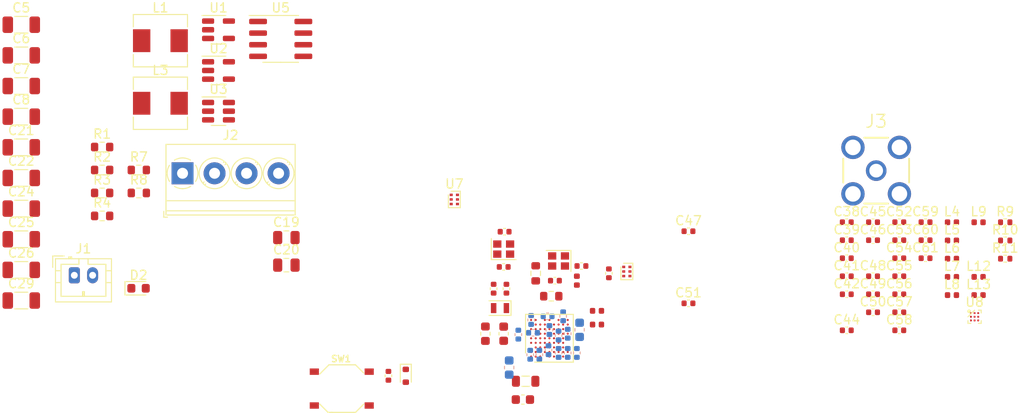
<source format=kicad_pcb>
(kicad_pcb (version 20221018) (generator pcbnew)
  (layers (0 "F.Cu" signal) (1 "In1.Cu" signal) (2 "In2.Cu" signal) (31 "B.Cu" signal) (34 "B.Paste" user) (35 "F.Paste" user) (36 "B.SilkS" user "B.Silkscreen") (37 "F.SilkS" user "F.Silkscreen") (38 "B.Mask" user) (39 "F.Mask" user) (44 "Edge.Cuts" user))
  (net 0 "")
  (net 1 "VREF")
  (net 2 "GND")
  (net 3 "VDD_SYS")
  (net 4 "Net-(U2-EN)")
  (net 5 "/FB")
  (net 6 "VBAT")
  (net 7 "VDDRF1V55")
  (net 8 "NRST")
  (net 9 "Net-(C23-Pad1)")
  (net 10 "OSC_HS_IN")
  (net 11 "+12V")
  (net 12 "Net-(Y4-VDD)")
  (net 13 "/OSC_LS_IN")
  (net 14 "/OSC_LS_OUT")
  (net 15 "OSC_HS_OUT")
  (net 16 "VDD_TCX0")
  (net 17 "VDDPA")
  (net 18 "Net-(U8-V2)")
  (net 19 "Net-(C39-Pad1)")
  (net 20 "Net-(C39-Pad2)")
  (net 21 "Net-(U8-V1)")
  (net 22 "Net-(U8-VDD)")
  (net 23 "Net-(C42-Pad1)")
  (net 24 "VR_PA")
  (net 25 "Net-(U8-RF2)")
  (net 26 "Net-(U7-Y0)")
  (net 27 "Net-(C50-Pad1)")
  (net 28 "Net-(C50-Pad2)")
  (net 29 "Net-(U7-Y1)")
  (net 30 "Net-(C52-Pad1)")
  (net 31 "Net-(U8-RF3)")
  (net 32 "Net-(U8-RF1)")
  (net 33 "RFI+")
  (net 34 "RFI-")
  (net 35 "Net-(C59-Pad1)")
  (net 36 "Net-(U8-RF_in)")
  (net 37 "Net-(J3-In)")
  (net 38 "Net-(D2-A)")
  (net 39 "485_A")
  (net 40 "485_B")
  (net 41 "Net-(U1-LX)")
  (net 42 "Net-(U4-VLXSMPS)")
  (net 43 "RFO_HP")
  (net 44 "RFO_LP")
  (net 45 "Net-(U2-ISET)")
  (net 46 "Net-(U3-FB)")
  (net 47 "Net-(Y4-OUT)")
  (net 48 "Net-(R7-Pad2)")
  (net 49 "FE_CTRL2")
  (net 50 "FE_CTRL1")
  (net 51 "FE_CTRL3")
  (net 74 "/LPUART1_RX")
  (net 75 "/LPUART1_TX")
  (net 78 "/DE")
  (net 79 "/~{RE}")
  (footprint "Package_TO_SOT_SMD:SOT-23-5" (layer "F.Cu") (at 131.325 65.475)
    (fp_text reference "U1" (at 0 -2.4) (layer "F.SilkS"))
    (fp_text value "RT8059")
    (pad "1" smd roundrect (at -1.1375 -0.95) (size 1.325 0.6) (layers "F.Cu" "F.Paste" "F.Mask") (net 6 "VBAT"))
    (pad "2" smd roundrect (at -1.1375 0) (size 1.325 0.6) (layers "F.Cu" "F.Paste" "F.Mask") (net 2 "GND"))
    (pad "3" smd roundrect (at -1.1375 0.95) (size 1.325 0.6) (layers "F.Cu" "F.Paste" "F.Mask") (net 41 "Net-(U1-LX)"))
    (pad "4" smd roundrect (at 1.1375 0.95) (size 1.325 0.6) (layers "F.Cu" "F.Paste" "F.Mask") (net 6 "VBAT"))
    (pad "5" smd roundrect (at 1.1375 -0.95) (size 1.325 0.6) (layers "F.Cu" "F.Paste" "F.Mask") (net 5 "/FB"))
  )
  (footprint "Collins_Custom_Libs:Crystal_SMD_2016-4Pin_2.0x1.6mm" (layer "F.Cu") (at 162.5 89.25)
    (fp_text reference "Y3" hide)
    (fp_text value "32MHz" hide)
    (pad "1" smd rect (at -0.7 0.75) (size 0.9 0.8) (layers "F.Cu" "F.Paste" "F.Mask") (net 10 "OSC_HS_IN"))
    (pad "2" smd rect (at 0.7 0.75) (size 0.9 0.8) (layers "F.Cu" "F.Paste" "F.Mask") (net 2 "GND"))
    (pad "3" smd rect (at 0.7 -0.35) (size 0.9 0.8) (layers "F.Cu" "F.Paste" "F.Mask") (net 15 "OSC_HS_OUT"))
    (pad "4" smd rect (at -0.7 -0.35) (size 0.9 0.8) (layers "F.Cu" "F.Paste" "F.Mask") (net 2 "GND"))
  )
  (footprint "Capacitor_SMD:C_0402_1005Metric" (layer "F.Cu") (at 168.1 92.9)
    (fp_text reference "C23" hide)
    (fp_text value "10p" hide)
    (pad "1" smd roundrect (at -0.48 0) (size 0.56 0.62) (layers "F.Cu" "F.Paste" "F.Mask") (net 9 "Net-(C23-Pad1)"))
    (pad "2" smd roundrect (at 0.48 0) (size 0.56 0.62) (layers "F.Cu" "F.Paste" "F.Mask") (net 10 "OSC_HS_IN"))
  )
  (footprint "Capacitor_SMD:C_0402_1005Metric" (layer "F.Cu") (at 200.005 86.51)
    (fp_text reference "C38" (at 0 -1.16) (layer "F.SilkS"))
    (fp_text value "1n")
    (pad "1" smd roundrect (at -0.48 0) (size 0.56 0.62) (layers "F.Cu" "F.Paste" "F.Mask") (net 18 "Net-(U8-V2)"))
    (pad "2" smd roundrect (at 0.48 0) (size 0.56 0.62) (layers "F.Cu" "F.Paste" "F.Mask") (net 2 "GND"))
  )
  (footprint "Inductor_SMD:L_Sunlord_MWSA0503S" (layer "F.Cu") (at 124.975 73.51)
    (fp_text reference "L3" (at 0 -3.6) (layer "F.SilkS"))
    (fp_text value "2u2")
    (pad "1" smd rect (at -2.05 0) (size 1.9 2.5) (layers "F.Cu" "F.Paste" "F.Mask") (net 6 "VBAT"))
    (pad "2" smd rect (at 2.05 0) (size 1.9 2.5) (layers "F.Cu" "F.Paste" "F.Mask") (net 38 "Net-(D2-A)"))
  )
  (footprint "Resistor_SMD:R_0603_1608Metric" (layer "F.Cu") (at 166 92.1 -90)
    (fp_text reference "R6" hide)
    (fp_text value "200k" hide)
    (pad "1" smd roundrect (at -0.825 0 270) (size 0.8 0.95) (layers "F.Cu" "F.Paste" "F.Mask") (net 47 "Net-(Y4-OUT)"))
    (pad "2" smd roundrect (at 0.825 0 270) (size 0.8 0.95) (layers "F.Cu" "F.Paste" "F.Mask") (net 9 "Net-(C23-Pad1)"))
  )
  (footprint "Inductor_SMD:L_0402_1005Metric" (layer "F.Cu") (at 214.415 86.52)
    (fp_text reference "L9" (at 0 -1.17) (layer "F.SilkS"))
    (fp_text value "8n7")
    (pad "1" smd roundrect (at -0.485 0) (size 0.59 0.64) (layers "F.Cu" "F.Paste" "F.Mask") (net 30 "Net-(C52-Pad1)"))
    (pad "2" smd roundrect (at 0.485 0) (size 0.59 0.64) (layers "F.Cu" "F.Paste" "F.Mask") (net 31 "Net-(U8-RF3)"))
  )
  (footprint "Capacitor_SMD:C_0402_1005Metric" (layer "F.Cu") (at 200.005 98.33)
    (fp_text reference "C44" (at 0 -1.16) (layer "F.SilkS"))
    (fp_text value "1p2")
    (pad "1" smd roundrect (at -0.48 0) (size 0.56 0.62) (layers "F.Cu" "F.Paste" "F.Mask") (net 25 "Net-(U8-RF2)"))
    (pad "2" smd roundrect (at 0.48 0) (size 0.56 0.62) (layers "F.Cu" "F.Paste" "F.Mask") (net 2 "GND"))
  )
  (footprint "Inductor_SMD:L_0402_1005Metric" (layer "F.Cu") (at 211.505 94.48)
    (fp_text reference "L8" (at 0 -1.17) (layer "F.SilkS"))
    (fp_text value "3n")
    (pad "1" smd roundrect (at -0.485 0) (size 0.59 0.64) (layers "F.Cu" "F.Paste" "F.Mask") (net 27 "Net-(C50-Pad1)"))
    (pad "2" smd roundrect (at 0.485 0) (size 0.59 0.64) (layers "F.Cu" "F.Paste" "F.Mask") (net 28 "Net-(C50-Pad2)"))
  )
  (footprint "TerminalBlock_Phoenix:TerminalBlock_Phoenix_PT-1,5-4-3.5-H_1x04_P3.50mm_Horizontal" (layer "F.Cu") (at 127.395 81.165)
    (fp_text reference "J2" (at 5.25 -4.16) (layer "F.SilkS"))
    (fp_text value "Screw_Terminal_01x04")
    (pad "1" thru_hole rect (at 0 0) (size 2.4 2.4) (drill 1.2) (layers "*.Cu" "*.Mask") (net 11 "+12V"))
    (pad "2" thru_hole circle (at 3.5 0) (size 2.4 2.4) (drill 1.2) (layers "*.Cu" "*.Mask") (net 39 "485_A"))
    (pad "3" thru_hole circle (at 7 0) (size 2.4 2.4) (drill 1.2) (layers "*.Cu" "*.Mask") (net 40 "485_B"))
    (pad "4" thru_hole circle (at 10.5 0) (size 2.4 2.4) (drill 1.2) (layers "*.Cu" "*.Mask") (net 2 "GND"))
  )
  (footprint "Capacitor_SMD:C_0402_1005Metric" (layer "F.Cu") (at 162.6 87.55 180)
    (fp_text reference "C32" hide)
    (fp_text value "6.8p" hide)
    (pad "1" smd roundrect (at -0.48 0 180) (size 0.56 0.62) (layers "F.Cu" "F.Paste" "F.Mask") (net 15 "OSC_HS_OUT"))
    (pad "2" smd roundrect (at 0.48 0 180) (size 0.56 0.62) (layers "F.Cu" "F.Paste" "F.Mask") (net 2 "GND"))
  )
  (footprint "Package_TO_SOT_SMD:SOT-886" (layer "F.Cu") (at 175.96 91.9)
    (fp_text reference "U6" hide)
    (fp_text value "NX3L1T3157" hide)
    (pad "1" smd rect (at -0.34 -0.5) (size 0.33 0.27) (layers "F.Cu" "F.Paste" "F.Mask") (net 7 "VDDRF1V55"))
    (pad "2" smd rect (at -0.34 0) (size 0.33 0.27) (layers "F.Cu" "F.Paste" "F.Mask") (net 2 "GND"))
    (pad "3" smd rect (at -0.34 0.5) (size 0.33 0.27) (layers "F.Cu" "F.Paste" "F.Mask") (net 3 "VDD_SYS"))
    (pad "4" smd rect (at 0.34 0.5) (size 0.33 0.27) (layers "F.Cu" "F.Paste" "F.Mask") (net 17 "VDDPA"))
    (pad "5" smd rect (at 0.34 0) (size 0.33 0.27) (layers "F.Cu" "F.Paste" "F.Mask") (net 3 "VDD_SYS"))
    (pad "6" smd rect (at 0.34 -0.5) (size 0.33 0.27) (layers "F.Cu" "F.Paste" "F.Mask") (net 50 "FE_CTRL1"))
  )
  (footprint "Resistor_SMD:R_0603_1608Metric" (layer "F.Cu") (at 122.615 80.805)
    (fp_text reference "R7" (at 0 -1.43) (layer "F.SilkS"))
    (fp_text value "10k")
    (pad "1" smd roundrect (at -0.825 0) (size 0.8 0.95) (layers "F.Cu" "F.Paste" "F.Mask") (net 46 "Net-(U3-FB)"))
    (pad "2" smd roundrect (at 0.825 0) (size 0.8 0.95) (layers "F.Cu" "F.Paste" "F.Mask") (net 48 "Net-(R7-Pad2)"))
  )
  (footprint "Capacitor_SMD:C_0402_1005Metric" (layer "F.Cu") (at 205.745 86.51)
    (fp_text reference "C52" (at 0 -1.16) (layer "F.SilkS"))
    (fp_text value "33p")
    (pad "1" smd roundrect (at -0.48 0) (size 0.56 0.62) (layers "F.Cu" "F.Paste" "F.Mask") (net 30 "Net-(C52-Pad1)"))
    (pad "2" smd roundrect (at 0.48 0) (size 0.56 0.62) (layers "F.Cu" "F.Paste" "F.Mask") (net 28 "Net-(C50-Pad2)"))
  )
  (footprint "Resistor_SMD:R_0603_1608Metric" (layer "F.Cu") (at 118.605 85.825)
    (fp_text reference "R4" (at 0 -1.43) (layer "F.SilkS"))
    (fp_text value "200k")
    (pad "1" smd roundrect (at -0.825 0) (size 0.8 0.95) (layers "F.Cu" "F.Paste" "F.Mask") (net 11 "+12V"))
    (pad "2" smd roundrect (at 0.825 0) (size 0.8 0.95) (layers "F.Cu" "F.Paste" "F.Mask") (net 46 "Net-(U3-FB)"))
  )
  (footprint "Capacitor_SMD:C_0603_1608Metric" (layer "F.Cu") (at 162.5 98.7 90)
    (fp_text reference "C1" hide)
    (fp_text value "4u7" hide)
    (pad "1" smd roundrect (at -0.775 0 90) (size 0.9 0.95) (layers "F.Cu" "F.Paste" "F.Mask") (net 1 "VREF"))
    (pad "2" smd roundrect (at 0.775 0 90) (size 0.9 0.95) (layers "F.Cu" "F.Paste" "F.Mask") (net 2 "GND"))
  )
  (footprint "Capacitor_SMD:C_1206_3216Metric" (layer "F.Cu") (at 109.765 64.925)
    (fp_text reference "C5" (at 0 -1.85) (layer "F.SilkS"))
    (fp_text value "68p")
    (pad "1" smd roundrect (at -1.475 0) (size 1.15 1.8) (layers "F.Cu" "F.Paste" "F.Mask") (roundrect_rratio 0.217391) (net 4 "Net-(U2-EN)"))
    (pad "2" smd roundrect (at 1.475 0) (size 1.15 1.8) (layers "F.Cu" "F.Paste" "F.Mask") (roundrect_rratio 0.217391) (net 5 "/FB"))
  )
  (footprint "Inductor_SMD:L_0402_1005Metric" (layer "F.Cu") (at 172.7 96.2)
    (fp_text reference "L10" hide)
    (fp_text value "3n6" hide)
    (pad "1" smd roundrect (at -0.485 0) (size 0.59 0.64) (layers "F.Cu" "F.Paste" "F.Mask") (net 43 "RFO_HP"))
    (pad "2" smd roundrect (at 0.485 0) (size 0.59 0.64) (layers "F.Cu" "F.Paste" "F.Mask") (net 19 "Net-(C39-Pad1)"))
  )
  (footprint "Capacitor_SMD:C_0402_1005Metric" (layer "F.Cu") (at 149.9 103.3 -90)
    (fp_text reference "C18" hide)
    (fp_text value "100n" hide)
    (pad "1" smd roundrect (at -0.48 0 270) (size 0.56 0.62) (layers "F.Cu" "F.Paste" "F.Mask") (net 8 "NRST"))
    (pad "2" smd roundrect (at 0.48 0 270) (size 0.56 0.62) (layers "F.Cu" "F.Paste" "F.Mask") (net 2 "GND"))
  )
  (footprint "Inductor_SMD:L_0402_1005Metric" (layer "F.Cu") (at 172.7 97.7)
    (fp_text reference "L11" hide)
    (fp_text value "3n3" hide)
    (pad "1" smd roundrect (at -0.485 0) (size 0.59 0.64) (layers "F.Cu" "F.Paste" "F.Mask") (net 44 "RFO_LP"))
    (pad "2" smd roundrect (at 0.485 0) (size 0.59 0.64) (layers "F.Cu" "F.Paste" "F.Mask") (net 27 "Net-(C50-Pad1)"))
  )
  (footprint "Resistor_SMD:R_0402_1005Metric" (layer "F.Cu") (at 217.325 90.5)
    (fp_text reference "R11" (at 0 -1.17) (layer "F.SilkS"))
    (fp_text value "100R")
    (pad "1" smd roundrect (at -0.51 0) (size 0.54 0.64) (layers "F.Cu" "F.Paste" "F.Mask") (net 51 "FE_CTRL3"))
    (pad "2" smd roundrect (at 0.51 0) (size 0.54 0.64) (layers "F.Cu" "F.Paste" "F.Mask") (net 22 "Net-(U8-VDD)"))
  )
  (footprint "Diode_SMD:D_SOD-523" (layer "F.Cu") (at 151.8 103.3 -90)
    (fp_text reference "D1" hide)
    (fp_text value "ESDALC6V1-1U2" hide)
    (pad "1" smd roundrect (at -0.7 0 90) (size 0.6 0.7) (layers "F.Cu" "F.Paste" "F.Mask") (net 8 "NRST"))
    (pad "2" smd roundrect (at 0.7 0 90) (size 0.6 0.7) (layers "F.Cu" "F.Paste" "F.Mask") (net 2 "GND"))
  )
  (footprint "Collins_Custom_Libs:Crystal_SMD_2012-2Pin_2.0x1.6mm_3D" (layer "F.Cu") (at 162.1 95.9 180)
    (fp_text reference "Y2" hide)
    (fp_text value "32.768KHz" hide)
    (pad "1" smd rect (at -0.7 0 180) (size 0.6 1.1) (layers "F.Cu" "F.Paste" "F.Mask") (net 14 "/OSC_LS_OUT"))
    (pad "2" smd rect (at 0.7 0 180) (size 0.6 1.1) (layers "F.Cu" "F.Paste" "F.Mask") (net 13 "/OSC_LS_IN"))
  )
  (footprint "Capacitor_SMD:C_0402_1005Metric" (layer "F.Cu") (at 202.875 92.42)
    (fp_text reference "C48" (at 0 -1.16) (layer "F.SilkS"))
    (fp_text value "47n")
    (pad "1" smd roundrect (at -0.48 0) (size 0.56 0.62) (layers "F.Cu" "F.Paste" "F.Mask") (net 24 "VR_PA"))
    (pad "2" smd roundrect (at 0.48 0) (size 0.56 0.62) (layers "F.Cu" "F.Paste" "F.Mask") (net 2 "GND"))
  )
  (footprint "Capacitor_SMD:C_0402_1005Metric" (layer "F.Cu") (at 205.745 92.42)
    (fp_text reference "C55" (at 0 -1.16) (layer "F.SilkS"))
    (fp_text value "3p3")
    (pad "1" smd roundrect (at -0.48 0) (size 0.56 0.62) (layers "F.Cu" "F.Paste" "F.Mask") (net 2 "GND"))
    (pad "2" smd roundrect (at 0.48 0) (size 0.56 0.62) (layers "F.Cu" "F.Paste" "F.Mask") (net 28 "Net-(C50-Pad2)"))
  )
  (footprint "Capacitor_SMD:C_0402_1005Metric" (layer "F.Cu") (at 202.875 86.51)
    (fp_text reference "C45" (at 0 -1.16) (layer "F.SilkS"))
    (fp_text value "1p2")
    (pad "1" smd roundrect (at -0.48 0) (size 0.56 0.62) (layers "F.Cu" "F.Paste" "F.Mask") (net 2 "GND"))
    (pad "2" smd roundrect (at 0.48 0) (size 0.56 0.62) (layers "F.Cu" "F.Paste" "F.Mask") (net 19 "Net-(C39-Pad1)"))
  )
  (footprint "Inductor_SMD:L_0402_1005Metric" (layer "F.Cu") (at 170.5 92.9 90)
    (fp_text reference "FB2" hide)
    (fp_text value "1400R@1GHz" hide)
    (pad "1" smd roundrect (at -0.485 0 90) (size 0.59 0.64) (layers "F.Cu" "F.Paste" "F.Mask") (net 16 "VDD_TCX0"))
    (pad "2" smd roundrect (at 0.485 0 90) (size 0.59 0.64) (layers "F.Cu" "F.Paste" "F.Mask") (net 12 "Net-(Y4-VDD)"))
  )
  (footprint "Capacitor_SMD:C_0402_1005Metric" (layer "F.Cu") (at 161.4 93.78 -90)
    (fp_text reference "C28" hide)
    (fp_text value "5.1p" hide)
    (pad "1" smd roundrect (at -0.48 0 270) (size 0.56 0.62) (layers "F.Cu" "F.Paste" "F.Mask") (net 2 "GND"))
    (pad "2" smd roundrect (at 0.48 0 270) (size 0.56 0.62) (layers "F.Cu" "F.Paste" "F.Mask") (net 13 "/OSC_LS_IN"))
  )
  (footprint "Capacitor_SMD:C_0402_1005Metric" (layer "F.Cu") (at 182.7 95.38)
    (fp_text reference "C51" (at 0 -1.16) (layer "F.SilkS"))
    (fp_text value "68p")
    (pad "1" smd roundrect (at -0.48 0) (size 0.56 0.62) (layers "F.Cu" "F.Paste" "F.Mask") (net 29 "Net-(U7-Y1)"))
    (pad "2" smd roundrect (at 0.48 0) (size 0.56 0.62) (layers "F.Cu" "F.Paste" "F.Mask") (net 2 "GND"))
  )
  (footprint "Capacitor_SMD:C_1206_3216Metric" (layer "F.Cu") (at 109.765 88.375)
    (fp_text reference "C25" (at 0 -1.85) (layer "F.SilkS"))
    (fp_text value "47u")
    (pad "1" smd roundrect (at -1.475 0) (size 1.15 1.8) (layers "F.Cu" "F.Paste" "F.Mask") (roundrect_rratio 0.217391) (net 11 "+12V"))
    (pad "2" smd roundrect (at 1.475 0) (size 1.15 1.8) (layers "F.Cu" "F.Paste" "F.Mask") (roundrect_rratio 0.217391) (net 2 "GND"))
  )
  (footprint "Collins_Custom_Libs:SW4-SMD-5.2X5.2X1.5MM" (layer "F.Cu") (at 144.8 104.7)
    (fp_text reference "SW1" (at -0.07762 -3.249634) (layer "F.SilkS") (effects (font (size 0.701109 0.701109))))
    (fp_text value "SW_MEC_5E" hide)
    (pad "1" smd rect (at -3 -1.85) (size 1 0.7) (layers "F.Cu" "F.Paste" "F.Mask") (net 8 "NRST"))
    (pad "2" smd rect (at 3 -1.85) (size 1 0.7) (layers "F.Cu" "F.Paste" "F.Mask") (net 8 "NRST"))
    (pad "3" smd rect (at -3 1.85) (size 1 0.7) (layers "F.Cu" "F.Paste" "F.Mask") (net 2 "GND"))
    (pad "4" smd rect (at 3 1.85) (size 1 0.7) (layers "F.Cu" "F.Paste" "F.Mask") (net 2 "GND"))
  )
  (footprint "Capacitor_SMD:C_0603_1608Metric" (layer "F.Cu") (at 164.6 105.9)
    (fp_text reference "C17" hide)
    (fp_text value "470n" hide)
    (pad "1" smd roundrect (at -0.775 0) (size 0.9 0.95) (layers "F.Cu" "F.Paste" "F.Mask") (net 7 "VDDRF1V55"))
    (pad "2" smd roundrect (at 0.775 0) (size 0.9 0.95) (layers "F.Cu" "F.Paste" "F.Mask") (net 2 "GND"))
  )
  (footprint "Inductor_SMD:L_0402_1005Metric" (layer "F.Cu") (at 214.415 94.48)
    (fp_text reference "L13" (at 0 -1.17) (layer "F.SilkS"))
    (fp_text value "8n7")
    (pad "1" smd roundrect (at -0.485 0) (size 0.59 0.64) (layers "F.Cu" "F.Paste" "F.Mask") (net 37 "Net-(J3-In)"))
    (pad "2" smd roundrect (at 0.485 0) (size 0.59 0.64) (layers "F.Cu" "F.Paste" "F.Mask") (net 35 "Net-(C59-Pad1)"))
  )
  (footprint "Collins_Custom_Libs:Crystal_SMD_2016-4Pin_2.0x1.6mm" (layer "F.Cu") (at 168.5 90.95 180)
    (fp_text reference "Y4" hide)
    (fp_text value "32MHz")
    (pad "1" smd rect (at -0.7 0.75 180) (size 0.9 0.8) (layers "F.Cu" "F.Paste" "F.Mask") (net 2 "GND"))
    (pad "2" smd rect (at 0.7 0.75 180) (size 0.9 0.8) (layers "F.Cu" "F.Paste" "F.Mask") (net 2 "GND"))
    (pad "3" smd rect (at 0.7 -0.35 180) (size 0.9 0.8) (layers "F.Cu" "F.Paste" "F.Mask") (net 47 "Net-(Y4-OUT)"))
    (pad "4" smd rect (at -0.7 -0.35 180) (size 0.9 0.8) (layers "F.Cu" "F.Paste" "F.Mask") (net 12 "Net-(Y4-VDD)"))
  )
  (footprint "Resistor_SMD:R_0603_1608Metric" (layer "F.Cu") (at 118.605 83.315)
    (fp_text reference "R3" (at 0 -1.43) (layer "F.SilkS"))
    (fp_text value "6k8")
    (pad "1" smd roundrect (at -0.825 0) (size 0.8 0.95) (layers "F.Cu" "F.Paste" "F.Mask") (net 45 "Net-(U2-ISET)"))
    (pad "2" smd roundrect (at 0.825 0) (size 0.8 0.95) (layers "F.Cu" "F.Paste" "F.Mask") (net 2 "GND"))
  )
  (footprint "Connector_JST:JST_PH_B2B-PH-K_1x02_P2.00mm_Vertical" (layer "F.Cu") (at 115.565 92.315)
    (fp_text reference "J1" (at 1 -2.9) (layer "F.SilkS"))
    (fp_text value "Battery Conn")
    (pad "1" thru_hole roundrect (at 0 0) (size 1.2 1.75) (drill 0.75) (layers "*.Cu" "*.Mask") (roundrect_rratio 0.208333) (net 6 "VBAT"))
    (pad "2" thru_hole oval (at 2 0) (size 1.2 1.75) (drill 0.75) (layers "*.Cu" "*.Mask") (net 2 "GND"))
  )
  (footprint "Inductor_SMD:L_0805_2012Metric" (layer "F.Cu") (at 164.9 103.9)
    (fp_text reference "L2" hide)
    (fp_text value "15u" hide)
    (pad "1" smd roundrect (at -1.0625 0) (size 0.875 1.2) (layers "F.Cu" "F.Paste" "F.Mask") (net 7 "VDDRF1V55"))
    (pad "2" smd roundrect (at 1.0625 0) (size 0.875 1.2) (layers "F.Cu" "F.Paste" "F.Mask") (net 42 "Net-(U4-VLXSMPS)"))
  )
  (footprint "Resistor_SMD:R_0402_1005Metric" (layer "F.Cu") (at 217.325 86.52)
    (fp_text reference "R9" (at 0 -1.17) (layer "F.SilkS"))
    (fp_text value "100R")
    (pad "1" smd roundrect (at -0.51 0) (size 0.54 0.64) (layers "F.Cu" "F.Paste" "F.Mask") (net 49 "FE_CTRL2"))
    (pad "2" smd roundrect (at 0.51 0) (size 0.54 0.64) (layers "F.Cu" "F.Paste" "F.Mask") (net 18 "Net-(U8-V2)"))
  )
  (footprint "Capacitor_SMD:C_0805_2012Metric" (layer "F.Cu") (at 138.745 88.195)
    (fp_text reference "C19" (at 0 -1.68) (layer "F.SilkS"))
    (fp_text value "10u")
    (pad "1" smd roundrect (at -0.95 0) (size 1 1.45) (layers "F.Cu" "F.Paste" "F.Mask") (net 3 "VDD_SYS"))
    (pad "2" smd roundrect (at 0.95 0) (size 1 1.45) (layers "F.Cu" "F.Paste" "F.Mask") (net 2 "GND"))
  )
  (footprint "Capacitor_SMD:C_0402_1005Metric" (layer "F.Cu") (at 208.615 88.48)
    (fp_text reference "C60" (at 0 -1.16) (layer "F.SilkS"))
    (fp_text value "3p3")
    (pad "1" smd roundrect (at -0.48 0) (size 0.56 0.62) (layers "F.Cu" "F.Paste" "F.Mask") (net 2 "GND"))
    (pad "2" smd roundrect (at 0.48 0) (size 0.56 0.62) (layers "F.Cu" "F.Paste" "F.Mask") (net 37 "Net-(J3-In)"))
  )
  (footprint "Capacitor_SMD:C_0402_1005Metric" (layer "F.Cu") (at 182.7 87.5)
    (fp_text reference "C47" (at 0 -1.16) (layer "F.SilkS"))
    (fp_text value "68p")
    (pad "1" smd roundrect (at -0.48 0) (size 0.56 0.62) (layers "F.Cu" "F.Paste" "F.Mask") (net 2 "GND"))
    (pad "2" smd roundrect (at 0.48 0) (size 0.56 0.62) (layers "F.Cu" "F.Paste" "F.Mask") (net 26 "Net-(U7-Y0)"))
  )
  (footprint "Inductor_SMD:L_0402_1005Metric" (layer "F.Cu") (at 211.505 88.51)
    (fp_text reference "L5" (at 0 -1.17) (layer "F.SilkS"))
    (fp_text value "8n7")
    (pad "1" smd roundrect (at -0.485 0) (size 0.59 0.64) (layers "F.Cu" "F.Paste" "F.Mask") (net 23 "Net-(C42-Pad1)"))
    (pad "2" smd roundrect (at 0.485 0) (size 0.59 0.64) (layers "F.Cu" "F.Paste" "F.Mask") (net 25 "Net-(U8-RF2)"))
  )
  (footprint "Inductor_SMD:L_0402_1005Metric" (layer "F.Cu") (at 211.505 90.5)
    (fp_text reference "L6" (at 0 -1.17) (layer "F.SilkS"))
    (fp_text value "33n")
    (pad "1" smd roundrect (at -0.485 0) (size 0.59 0.64) (layers "F.Cu" "F.Paste" "F.Mask") (net 26 "Net-(U7-Y0)"))
    (pad "2" smd roundrect (at 0.485 0) (size 0.59 0.64) (layers "F.Cu" "F.Paste" "F.Mask") (net 19 "Net-(C39-Pad1)"))
  )
  (footprint "Capacitor_SMD:C_0402_1005Metric" (layer "F.Cu") (at 208.615 86.51)
    (fp_text reference "C59" (at 0 -1.16) (layer "F.SilkS"))
    (fp_text value "33p")
    (pad "1" smd roundrect (at -0.48 0) (size 0.56 0.62) (layers "F.Cu" "F.Paste" "F.Mask") (net 35 "Net-(C59-Pad1)"))
    (pad "2" smd roundrect (at 0.48 0) (size 0.56 0.62) (layers "F.Cu" "F.Paste" "F.Mask") (net 36 "Net-(U8-RF_in)"))
  )
  (footprint "Capacitor_SMD:C_1206_3216Metric" (layer "F.Cu") (at 109.765 68.275)
    (fp_text reference "C6" (at 0 -1.85) (layer "F.SilkS"))
    (fp_text value "10u")
    (pad "1" smd roundrect (at -1.475 0) (size 1.15 1.8) (layers "F.Cu" "F.Paste" "F.Mask") (roundrect_rratio 0.217391) (net 4 "Net-(U2-EN)"))
    (pad "2" smd roundrect (at 1.475 0) (size 1.15 1.8) (layers "F.Cu" "F.Paste" "F.Mask") (roundrect_rratio 0.217391) (net 2 "GND"))
  )
  (footprint "Capacitor_SMD:C_0402_1005Metric" (layer "F.Cu") (at 205.745 90.45)
    (fp_text reference "C54" (at 0 -1.16) (layer "F.SilkS"))
    (fp_text value "5p6")
    (pad "1" smd roundrect (at -0.48 0) (size 0.56 0.62) (layers "F.Cu" "F.Paste" "F.Mask") (net 2 "GND"))
    (pad "2" smd roundrect (at 0.48 0) (size 0.56 0.62) (layers "F.Cu" "F.Paste" "F.Mask") (net 27 "Net-(C50-Pad1)"))
  )
  (footprint "Package_BGA:ST_UFBGA-73_5x5mm_Layout9x9_P0.5mm" (layer "F.Cu") (at 167.5 99.2 90)
    (fp_text reference "U4" hide)
    (fp_text value "STM32WL55JCI7" hide)
    (pad "A1" smd circle (at -2 -2 90) (size 0.23 0.23) (layers "F.Cu" "F.Paste" "F.Mask") (net 2 "GND"))
    (pad "A2" smd circle (at -1.5 -2 90) (size 0.23 0.23) (layers "F.Cu" "F.Paste" "F.Mask") (net 3 "VDD_SYS"))
    (pad "A4" smd circle (at -0.5 -2 90) (size 0.23 0.23) (layers "F.Cu" "F.Paste" "F.Mask"))
    (pad "A5" smd circle (at 0 -2 90) (size 0.23 0.23) (layers "F.Cu" "F.Paste" "F.Mask") (net 1 "VREF"))
    (pad "A7" smd circle (at 1 -2 90) (size 0.23 0.23) (layers "F.Cu" "F.Paste" "F.Mask") (net 3 "VDD_SYS"))
    (pad "A8" smd circle (at 1.5 -2 90) (size 0.23 0.23) (layers "F.Cu" "F.Paste" "F.Mask") (net 3 "VDD_SYS"))
    (pad "A9" smd circle (at 2 -2 90) (size 0.23 0.23) (layers "F.Cu" "F.Paste" "F.Mask"))
    (pad "B1" smd circle (at -2 -1.5 90) (size 0.23 0.23) (layers "F.Cu" "F.Paste" "F.Mask") (net 42 "Net-(U4-VLXSMPS)"))
    (pad "B2" smd circle (at -1.5 -1.5 90) (size 0.23 0.23) (layers "F.Cu" "F.Paste" "F.Mask") (net 7 "VDDRF1V55"))
    (pad "B3" smd circle (at -1 -1.5 90) (size 0.23 0.23) (layers "F.Cu" "F.Paste" "F.Mask"))
    (pad "B4" smd circle (at -0.5 -1.5 90) (size 0.23 0.23) (layers "F.Cu" "F.Paste" "F.Mask"))
    (pad "B5" smd circle (at 0 -1.5 90) (size 0.23 0.23) (layers "F.Cu" "F.Paste" "F.Mask") (net 1 "VREF"))
    (pad "B6" smd circle (at 0.5 -1.5 90) (size 0.23 0.23) (layers "F.Cu" "F.Paste" "F.Mask") (net 13 "/OSC_LS_IN"))
    (pad "B7" smd circle (at 1 -1.5 90) (size 0.23 0.23) (layers "F.Cu" "F.Paste" "F.Mask") (net 2 "GND"))
    (pad "B8" smd circle (at 1.5 -1.5 90) (size 0.23 0.23) (layers "F.Cu" "F.Paste" "F.Mask"))
    (pad "B9" smd circle (at 2 -1.5 90) (size 0.23 0.23) (layers "F.Cu" "F.Paste" "F.Mask"))
    (pad "C1" smd circle (at -2 -1 90) (size 0.23 0.23) (layers "F.Cu" "F.Paste" "F.Mask"))
    (pad "C2" smd circle (at -1.5 -1 90) (size 0.23 0.23) (layers "F.Cu" "F.Paste" "F.Mask"))
    (pad "C3" smd circle (at -1 -1 90) (size 0.23 0.23) (layers "F.Cu" "F.Paste" "F.Mask"))
    (pad "C4" smd circle (at -0.5 -1 90) (size 0.23 0.23) (layers "F.Cu" "F.Paste" "F.Mask"))
    (pad "C5" smd circle (at 0 -1 90) (size 0.23 0.23) (layers "F.Cu" "F.Paste" "F.Mask") (net 14 "/OSC_LS_OUT"))
    (pad "C6" smd circle (at 0.5 -1 90) (size 0.23 0.23) (layers "F.Cu" "F.Paste" "F.Mask"))
    (pad "C7" smd circle (at 1 -1 90) (size 0.23 0.23) (layers "F.Cu" "F.Paste" "F.Mask"))
    (pad "C8" smd circle (at 1.5 -1 90) (size 0.23 0.23) (layers "F.Cu" "F.Paste" "F.Mask"))
    (pad "D2" smd circle (at -1.5 -0.5 90) (size 0.23 0.23) (layers "F.Cu" "F.Paste" "F.Mask"))
    (pad "D3" smd circle (at -1 -0.5 90) (size 0.23 0.23) (layers "F.Cu" "F.Paste" "F.Mask"))
    (pad "D4" smd circle (at -0.5 -0.5 90) (size 0.23 0.23) (layers "F.Cu" "F.Paste" "F.Mask"))
    (pad "D5" smd circle (at 0 -0.5 90) (size 0.23 0.23) (layers "F.Cu" "F.Paste" "F.Mask") (net 51 "FE_CTRL3"))
    (pad "D6" smd circle (at 0.5 -0.5 90) (size 0.23 0.23) (layers "F.Cu" "F.Paste" "F.Mask"))
    (pad "D7" smd circle (at 1 -0.5 90) (size 0.23 0.23) (layers "F.Cu" "F.Paste" "F.Mask"))
    (pad "D8" smd circle (at 1.5 -0.5 90) (size 0.23 0.23) (layers "F.Cu" "F.Paste" "F.Mask"))
    (pad "D9" smd circle (at 2 -0.5 90) (size 0.23 0.23) (layers "F.Cu" "F.Paste" "F.Mask") (net 2 "GND"))
    (pad "E1" smd circle (at -2 0 90) (size 0.23 0.23) (layers "F.Cu" "F.Paste" "F.Mask"))
    (pad "E2" smd circle (at -1.5 0 90) (size 0.23 0.23) (layers "F.Cu" "F.Paste" "F.Mask") (net 3 "VDD_SYS"))
    (pad "E3" smd circle (at -1 0 90) (size 0.23 0.23) (layers "F.Cu" "F.Paste" "F.Mask") (net 2 "GND"))
    (pad "E4" smd circle (at -0.5 0 90) (size 0.23 0.23) (layers "F.Cu" "F.Paste" "F.Mask") (net 49 "FE_CTRL2"))
    (pad "E5" smd circle (at 0 0 90) (size 0.23 0.23) (layers "F.Cu" "F.Paste" "F.Mask"))
    (pad "E6" smd circle (at 0.5 0 90) (size 0.23 0.23) (layers "F.Cu" "F.Paste" "F.Mask"))
    (pad "E7" smd circle (at 1 0 90) (size 0.23 0.23) (layers "F.Cu" "F.Paste" "F.Mask"))
    (pad "E8" smd circle (at 1.5 0 90) (size 0.23 0.23) (layers "F.Cu" "F.Paste" "F.Mask") (net 3 "VDD_SYS"))
    (pad "E9" smd circle (at 2 0 90) (size 0.23 0.23) (layers "F.Cu" "F.Paste" "F.Mask") (net 3 "VDD_SYS"))
    (pad "F1" smd circle (at -2 0.5 90) (size 0.23 0.23) (layers "F.Cu" "F.Paste" "F.Mask"))
    (pad "F2" smd circle (at -1.5 0.5 90) (size 0.23 0.23) (layers "F.Cu" "F.Paste" "F.Mask"))
    (pad "F3" smd circle (at -1 0.5 90) (size 0.23 0.23) (layers "F.Cu" "F.Paste" "F.Mask") (net 50 "FE_CTRL1"))
    (pad "F4" smd circle (at -0.5 0.5 90) (size 0.23 0.23) (layers "F.Cu" "F.Paste" "F.Mask"))
    (pad "F5" smd circle (at 0 0.5 90) (size 0.23 0.23) (layers "F.Cu" "F.Paste" "F.Mask") (net 8 "NRST"))
    (pad "F6" smd circle (at 0.5 0.5 90) (size 0.23 0.23) (layers "F.Cu" "F.Paste" "F.Mask") (net 16 "VDD_TCX0"))
    (pad "F7" smd circle (at 1 0.5 90) (size 0.23 0.23) (layers "F.Cu" "F.Paste" "F.Mask") (net 7 "VDDRF1V55"))
    (pad "F8" smd circle (at 1.5 0.5 90) (size 0.23 0.23) (layers "F.Cu" "F.Paste" "F.Mask") (net 15 "OSC_HS_OUT"))
    (pad "G2" smd circle (at -1.5 1 90) (size 0.23 0.23) (layers "F.Cu" "F.Paste" "F.Mask"))
    (pad "G3" smd circle (at -1 1 90) (size 0.23 0.23) (layers "F.Cu" "F.Paste" "F.Mask"))
    (pad "G4" smd circle (at -0.5 1 90) (size 0.23 0.23) (layers "F.Cu" "F.Paste" "F.Mask"))
    (pad "G5" smd circle (at 0 1 90) (size 0.23 0.23) (layers "F.Cu" "F.Paste" "F.Mask") (net 2 "GND"))
    (pad "G6" smd circle (at 0.5 1 90) (size 0.23 0.23) (layers "F.Cu" "F.Paste" "F.Mask") (net 2 "GND"))
    (pad "G7" smd circle (at 1 1 90) (size 0.23 0.23) (layers "F.Cu" "F.Paste" "F.Mask") (net 2 "GND"))
    (pad "G8" smd circle (at 1.5 1 90) (size 0.23 0.23) (layers "F.Cu" "F.Paste" "F.Mask") (net 2 "GND"))
    (pad "G9" smd circle (at 2 1 90) (size 0.23 0.23) (layers "F.Cu" "F.Paste" "F.Mask") (net 10 "OSC_HS_IN"))
    (pad "H1" smd circle (at -2 1.5 90) (size 0.23 0.23) (layers "F.Cu" "F.Paste" "F.Mask") (net 74 "/LPUART1_RX"))
    (pad "H2" smd circle (at -1.5 1.5 90) (size 0.23 0.23) (layers "F.Cu" "F.Paste" "F.Mask") (net 75 "/LPUART1_TX"))
    (pad "H3" smd circle (at -1 1.5 90) (size 0.23 0.23) (layers "F.Cu" "F.Paste" "F.Mask"))
    (pad "H4" smd circle (at -0.5 1.5 90) (size 0.23 0.23) (layers "F.Cu" "F.Paste" "F.Mask"))
    (pad "H5" smd circle (at 0 1.5 90) (size 0.23 0.23) (layers "F.Cu" "F.Paste" "F.Mask") (net 3 "VDD_SYS"))
    (pad "H6" smd circle (at 0.5 1.5 90) (size 0.23 0.23) (layers "F.Cu" "F.Paste" "F.Mask") (net 2 "GND"))
    (pad "H7" smd circle (at 1 1.5 90) (size 0.23 0.23) (layers "F.Cu" "F.Paste" "F.Mask") (net 34 "RFI-"))
    (pad "H8" smd circle (at 1.5 1.5 90) (size 0.23 0.23) (layers "F.Cu" "F.Paste" "F.Mask") (net 17 "VDDPA"))
    (pad "H9" smd circle (at 2 1.5 90) (size 0.23 0.23) (layers "F.Cu" "F.Paste" "F.Mask") (net 24 "VR_PA"))
    (pad "J1" smd circle (at -2 2 90) (size 0.23 0.23) (layers "F.Cu" "F.Paste" "F.Mask") (net 78 "/DE"))
    (pad "J2" smd circle (at -1.5 2 90) (size 0.23 0.23) (layers "F.Cu" "F.Paste" "F.Mask") (net 79 "/~{RE}"))
    (pad "J3" smd circle (at -1 2 90) (size 0.23 0.23) (layers "F.Cu" "F.Paste" "F.Mask"))
    (pad "J5" smd circle (at 0 2 90) (size 0.23 0.23) (layers "F.Cu" "F.Paste" "F.Mask"))
    (pad "J6" smd circle (at 0.5 2 90) (size 0.23 0.23) (layers "F.Cu" "F.Paste" "F.Mask") (net 33 "RFI+"))
    (pad "J8" smd circle (at 1.5 2 90) (size 0.23 0.23) (layers "F.Cu" "F.Paste" "F.Mask") (net 44 "RFO_LP"))
    (pad "J9" smd circle (at 2 2 90) (size 0.23 0.23) (layers "F.Cu" "F.Paste" "F.Mask") (net 43 "RFO_HP"))
  )
  (footprint "Capacitor_SMD:C_1206_3216Metric" (layer "F.Cu") (at 109.765 85.025)
    (fp_text reference "C24" (at 0 -1.85) (layer "F.SilkS"))
    (fp_text value "100n")
    (pad "1" smd roundrect (at -1.475 0) (size 1.15 1.8) (layers "F.Cu" "F.Paste" "F.Mask") (roundrect_rratio 0.217391) (net 11 "+12V"))
    (pad "2" smd roundrect (at 1.475 0) (size 1.15 1.8) (layers "F.Cu" "F.Paste" "F.Mask") (roundrect_rratio 0.217391) (net 2 "GND"))
  )
  (footprint "Diode_SMD:D_0603_1608Metric" (layer "F.Cu") (at 122.585 93.735)
    (fp_text reference "D2" (at 0 -1.43) (layer "F.SilkS"))
    (fp_text value "SK34")
    (pad "1" smd roundrect (at -0.7875 0) (size 0.875 0.95) (layers "F.Cu" "F.Paste" "F.Mask") (net 11 "+12V"))
    (pad "2" smd roundrect (at 0.7875 0) (size 0.875 0.95) (layers "F.Cu" "F.Paste" "F.Mask") (net 38 "Net-(D2-A)"))
  )
  (footprint "Capacitor_SMD:C_0402_1005Metric" (layer "F.Cu") (at 205.745 94.39)
    (fp_text reference "C56" (at 0 -1.16) (layer "F.SilkS"))
    (fp_text value "3p6")
    (pad "1" smd roundrect (at -0.48 0) (size 0.56 0.62) (layers "F.Cu" "F.Paste" "F.Mask") (net 32 "Net-(U8-RF1)"))
    (pad "2" smd roundrect (at 0.48 0) (size 0.56 0.62) (layers "F.Cu" "F.Paste" "F.Mask") (net 33 "RFI+"))
  )
  (footprint "Capacitor_SMD:C_0402_1005Metric" (layer "F.Cu") (at 202.875 96.36)
    (fp_text reference "C50" (at 0 -1.16) (layer "F.SilkS"))
    (fp_text value "2p7")
    (pad "1" smd roundrect (at -0.48 0) (size 0.56 0.62) (layers "F.Cu" "F.Paste" "F.Mask") (net 27 "Net-(C50-Pad1)"))
    (pad "2" smd roundrect (at 0.48 0) (size 0.56 0.62) (layers "F.Cu" "F.Paste" "F.Mask") (net 28 "Net-(C50-Pad2)"))
  )
  (footprint "Capacitor_SMD:C_0402_1005Metric" (layer "F.Cu") (at 200.005 92.42)
    (fp_text reference "C41" (at 0 -1.16) (layer "F.SilkS"))
    (fp_text value "1n")
    (pad "1" smd roundrect (at -0.48 0) (size 0.56 0.62) (layers "F.Cu" "F.Paste" "F.Mask") (net 22 "Net-(U8-VDD)"))
    (pad "2" smd roundrect (at 0.48 0) (size 0.56 0.62) (layers "F.Cu" "F.Paste" "F.Mask") (net 2 "GND"))
  )
  (footprint "Capacitor_SMD:C_1206_3216Metric" (layer "F.Cu") (at 109.765 74.975)
    (fp_text reference "C8" (at 0 -1.85) (layer "F.SilkS"))
    (fp_text value "100n")
    (pad "1" smd roundrect (at -1.475 0) (size 1.15 1.8) (layers "F.Cu" "F.Paste" "F.Mask") (roundrect_rratio 0.217391) (net 6 "VBAT"))
    (pad "2" smd roundrect (at 1.475 0) (size 1.15 1.8) (layers "F.Cu" "F.Paste" "F.Mask") (roundrect_rratio 0.217391) (net 2 "GND"))
  )
  (footprint "Capacitor_SMD:C_0402_1005Metric" (layer "F.Cu") (at 205.745 98.33)
    (fp_text reference "C58" (at 0 -1.16) (layer "F.SilkS"))
    (fp_text value "2p7")
    (pad "1" smd roundrect (at -0.48 0) (size 0.56 0.62) (layers "F.Cu" "F.Paste" "F.Mask") (net 2 "GND"))
    (pad "2" smd roundrect (at 0.48 0) (size 0.56 0.62) (layers "F.Cu" "F.Paste" "F.Mask") (net 34 "RFI-"))
  )
  (footprint "Package_TO_SOT_SMD:SOT-23-5" (layer "F.Cu") (at 131.325 69.925)
    (fp_text reference "U2" (at 0 -2.4) (layer "F.SilkS"))
    (fp_text value "~")
    (pad "1" smd roundrect (at -1.1375 -0.95) (size 1.325 0.6) (layers "F.Cu" "F.Paste" "F.Mask") (net 3 "VDD_SYS"))
    (pad "2" smd roundrect (at -1.1375 0) (size 1.325 0.6) (layers "F.Cu" "F.Paste" "F.Mask") (net 2 "GND"))
    (pad "3" smd roundrect (at -1.1375 0.95) (size 1.325 0.6) (layers "F.Cu" "F.Paste" "F.Mask") (net 45 "Net-(U2-ISET)"))
    (pad "4" smd roundrect (at 1.1375 0.95) (size 1.325 0.6) (layers "F.Cu" "F.Paste" "F.Mask") (net 4 "Net-(U2-EN)"))
    (pad "5" smd roundrect (at 1.1375 -0.95) (size 1.325 0.6) (layers "F.Cu" "F.Paste" "F.Mask") (net 4 "Net-(U2-EN)"))
  )
  (footprint "Capacitor_SMD:C_0402_1005Metric" (layer "F.Cu") (at 162.5 91.4 180)
    (fp_text reference "C31" hide)
    (fp_text value "6.8p" hide)
    (pad "1" smd roundrect (at -0.48 0 180) (size 0.56 0.62) (layers "F.Cu" "F.Paste" "F.Mask") (net 10 "OSC_HS_IN"))
    (pad "2" smd roundrect (at 0.48 0 180) (size 0.56 0.62) (layers "F.Cu" "F.Paste" "F.Mask") (net 2 "GND"))
  )
  (footprint "Capacitor_SMD:C_0402_1005Metric" (layer "F.Cu") (at 200.005 90.45)
    (fp_text reference "C40" (at 0 -1.16) (layer "F.SilkS"))
    (fp_text value "1n")
    (pad "1" smd roundrect (at -0.48 0) (size 0.56 0.62) (layers "F.Cu" "F.Paste" "F.Mask") (net 21 "Net-(U8-V1)"))
    (pad "2" smd roundrect (at 0.48 0) (size 0.56 0.62) (layers "F.Cu" "F.Paste" "F.Mask") (net 2 "GND"))
  )
  (footprint "Resistor_SMD:R_0603_1608Metric" (layer "F.Cu") (at 122.615 83.315)
    (fp_text reference "R8" (at 0 -1.43) (layer "F.SilkS"))
    (fp_text value "510")
    (pad "1" smd roundrect (at -0.825 0) (size 0.8 0.95) (layers "F.Cu" "F.Paste" "F.Mask") (net 48 "Net-(R7-Pad2)"))
    (pad "2" smd roundrect (at 0.825 0) (size 0.8 0.95) (layers "F.Cu" "F.Paste" "F.Mask") (net 2 "GND"))
  )
  (footprint "Package_TO_SOT_SMD:SOT-886" (layer "F.Cu") (at 157.105 84.025)
    (fp_text reference "U7" (at 0 -1.7 180) (layer "F.SilkS"))
    (fp_text value "NX3L1T3157")
    (pad "1" smd rect (at -0.34 -0.5) (size 0.33 0.27) (layers "F.Cu" "F.Paste" "F.Mask") (net 29 "Net-(U7-Y1)"))
    (pad "2" smd rect (at -0.34 0) (size 0.33 0.27) (layers "F.Cu" "F.Paste" "F.Mask") (net 2 "GND"))
    (pad "3" smd rect (at -0.34 0.5) (size 0.33 0.27) (layers "F.Cu" "F.Paste" "F.Mask") (net 26 "Net-(U7-Y0)"))
    (pad "4" smd rect (at 0.34 0.5) (size 0.33 0.27) (layers "F.Cu" "F.Paste" "F.Mask") (net 24 "VR_PA"))
    (pad "5" smd rect (at 0.34 0) (size 0.33 0.27) (layers "F.Cu" "F.Paste" "F.Mask") (net 3 "VDD_SYS"))
    (pad "6" smd rect (at 0.34 -0.5) (size 0.33 0.27) (layers "F.Cu" "F.Paste" "F.Mask") (net 50 "FE_CTRL1"))
  )
  (footprint "Package_SO:SOIC-8_3.9x4.9mm_P1.27mm" (layer "F.Cu") (at 138.125 66.475)
    (fp_text reference "U5" (at 0 -3.4) (layer "F.SilkS"))
    (fp_text value "MAX3485")
    (pad "1" smd roundrect (at -2.475 -1.905) (size 1.95 0.6) (layers "F.Cu" "F.Paste" "F.Mask") (net 74 "/LPUART1_RX"))
    (pad "2" smd roundrect (at -2.475 -0.635) (size 1.95 0.6) (layers "F.Cu" "F.Paste" "F.Mask") (net 79 "/~{RE}"))
    (pad "3" smd roundrect (at -2.475 0.635) (size 1.95 0.6) (layers "F.Cu" "F.Paste" "F.Mask") (net 78 "/DE"))
    (pad "4" smd roundrect (at -2.475 1.905) (size 1.95 0.6) (layers "F.Cu" "F.Paste" "F.Mask") (net 75 "/LPUART1_TX"))
    (pad "5" smd roundrect (at 2.475 1.905) (size 1.95 0.6) (layers "F.Cu" "F.Paste" "F.Mask") (net 2 "GND"))
    (pad "6" smd roundrect (at 2.475 0.635) (size 1.95 0.6) (layers "F.Cu" "F.Paste" "F.Mask") (net 39 "485_A"))
    (pad "7" smd roundrect (at 2.475 -0.635) (size 1.95 0.6) (layers "F.Cu" "F.Paste" "F.Mask") (net 40 "485_B"))
    (pad "8" smd roundrect (at 2.475 -1.905) (size 1.95 0.6) (layers "F.Cu" "F.Paste" "F.Mask") (net 3 "VDD_SYS"))
  )
  (footprint "Capacitor_SMD:C_0402_1005Metric" (layer "F.Cu") (at 171 91.3)
    (fp_text reference "C27" hide)
    (fp_text value "220n" hide)
    (pad "1" smd roundrect (at -0.48 0) (size 0.56 0.62) (layers "F.Cu" "F.Paste" "F.Mask") (net 12 "Net-(Y4-VDD)"))
    (pad "2" smd roundrect (at 0.48 0) (size 0.56 0.62) (layers "F.Cu" "F.Paste" "F.Mask") (net 2 "GND"))
  )
  (footprint "Capacitor_SMD:C_1206_3216Metric" (layer "F.Cu") (at 109.765 71.625)
    (fp_text reference "C7" (at 0 -1.85) (layer "F.SilkS"))
    (fp_text value "4u7")
    (pad "1" smd roundrect (at -1.475 0) (size 1.15 1.8) (layers "F.Cu" "F.Paste" "F.Mask") (roundrect_rratio 0.217391) (net 6 "VBAT"))
    (pad "2" smd roundrect (at 1.475 0) (size 1.15 1.8) (layers "F.Cu" "F.Paste" "F.Mask") (roundrect_rratio 0.217391) (net 2 "GND"))
  )
  (footprint "Inductor_SMD:L_0402_1005Metric" (layer "F.Cu") (at 211.505 86.52)
    (fp_text reference "L4" (at 0 -1.17) (layer "F.SilkS"))
    (fp_text value "3n6")
    (pad "1" smd roundrect (at -0.485 0) (size 0.59 0.64) (layers "F.Cu" "F.Paste" "F.Mask") (net 19 "Net-(C39-Pad1)"))
    (pad "2" smd roundrect (at 0.485 0) (size 0.59 0.64) (layers "F.Cu" "F.Paste" "F.Mask") (net 20 "Net-(C39-Pad2)"))
  )
  (footprint "Collins_Custom_Libs:TSNP-9_3x3_1.2x1.2mm" (layer "F.Cu") (at 213.975 96.85)
    (fp_text reference "U8" (at 0 -1.6) (layer "F.SilkS"))
    (fp_text value "BGS13S4N9")
    (pad "1" smd rect (at -0.4 -0.4) (size 0.2 0.2) (layers "F.Cu" "F.Paste" "F.Mask") (net 21 "Net-(U8-V1)"))
    (pad "2" smd rect (at -0.4 0) (size 0.2 0.2) (layers "F.Cu" "F.Paste" "F.Mask") (net 31 "Net-(U8-RF3)"))
    (pad "3" smd rect (at -0.4 0.4) (size 0.2 0.2) (layers "F.Cu" "F.Paste" "F.Mask") (net 32 "Net-(U8-RF1)"))
    (pad "4" smd rect (at 0 0.4) (size 0.2 0.2) (layers "F.Cu" "F.Paste" "F.Mask") (net 36 "Net-(U8-RF_in)"))
    (pad "5" smd rect (at 0.4 0.4) (size 0.2 0.2) (layers "F.Cu" "F.Paste" "F.Mask") (net 25 "Net-(U8-RF2)"))
    (pad "6" smd rect (at 0.4 0) (size 0.2 0.2) (layers "F.Cu" "F.Paste" "F.Mask") (net 2 "GND"))
    (pad "7" smd rect (at 0.4 -0.4) (size 0.2 0.2) (layers "F.Cu" "F.Paste" "F.Mask") (net 22 "Net-(U8-VDD)"))
    (pad "8" smd rect (at 0 -0.4) (size 0.2 0.2) (layers "F.Cu" "F.Paste" "F.Mask") (net 18 "Net-(U8-V2)"))
    (pad "9" smd rect (at 0 0) (size 0.2 0.2) (layers "F.Cu" "F.Paste" "F.Mask") (net 2 "GND"))
  )
  (footprint "Capacitor_SMD:C_0402_1005Metric" (layer "F.Cu") (at 200.005 94.39)
    (fp_text reference "C42" (at 0 -1.16) (layer "F.SilkS"))
    (fp_text value "68p")
    (pad "1" smd roundrect (at -0.48 0) (size 0.56 0.62) (layers "F.Cu" "F.Paste" "F.Mask") (net 23 "Net-(C42-Pad1)"))
    (pad "2" smd roundrect (at 0.48 0) (size 0.56 0.62) (layers "F.Cu" "F.Paste" "F.Mask") (net 20 "Net-(C39-Pad2)"))
  )
  (footprint "Resistor_SMD:R_0603_1608Metric" (layer "F.Cu") (at 118.605 78.295)
    (fp_text reference "R1" (at 0 -1.43) (layer "F.SilkS"))
    (fp_text value "68k")
    (pad "1" smd roundrect (at -0.825 0) (size 0.8 0.95) (layers "F.Cu" "F.Paste" "F.Mask") (net 4 "Net-(U2-EN)"))
    (pad "2" smd roundrect (at 0.825 0) (size 0.8 0.95) (layers "F.Cu" "F.Paste" "F.Mask") (net 5 "/FB"))
  )
  (footprint "Capacitor_SMD:C_0402_1005Metric" (layer "F.Cu") (at 205.745 96.36)
    (fp_text reference "C57" (at 0 -1.16) (layer "F.SilkS"))
    (fp_text value "1p")
    (pad "1" smd roundrect (at -0.48 0) (size 0.56 0.62) (layers "F.Cu" "F.Paste" "F.Mask") (net 32 "Net-(U8-RF1)"))
    (pad "2" smd roundrect (at 0.48 0) (size 0.56 0.62) (layers "F.Cu" "F.Paste" "F.Mask") (net 2 "GND"))
  )
  (footprint "Package_TO_SOT_SMD:SOT-23-6" (layer "F.Cu") (at 131.325 74.375)
    (fp_text reference "U3" (at 0 -2.4) (layer "F.SilkS"))
    (fp_text value "MT3608")
    (pad "1" smd roundrect (at -1.1375 -0.95) (size 1.325 0.6) (layers "F.Cu" "F.Paste" "F.Mask") (net 38 "Net-(D2-A)"))
    (pad "2" smd roundrect (at -1.1375 0) (size 1.325 0.6) (layers "F.Cu" "F.Paste" "F.Mask") (net 2 "GND"))
    (pad "3" smd roundrect (at -1.1375 0.95) (size 1.325 0.6) (layers "F.Cu" "F.Paste" "F.Mask") (net 46 "Net-(U3-FB)"))
    (pad "4" smd roundrect (at 1.1375 0.95) (size 1.325 0.6) (layers "F.Cu" "F.Paste" "F.Mask") (net 6 "VBAT"))
    (pad "5" smd roundrect (at 1.1375 0) (size 1.325 0.6) (layers "F.Cu" "F.Paste" "F.Mask") (net 6 "VBAT"))
    (pad "6" smd roundrect (at 1.1375 -0.95) (size 1.325 0.6) (layers "F.Cu" "F.Paste" "F.Mask"))
  )
  (footprint "Capacitor_SMD:C_0402_1005Metric" (layer "F.Cu") (at 162.8 93.78 -90)
    (fp_text reference "C30" hide)
    (fp_text value "5.1p" hide)
    (pad "1" smd roundrect (at -0.48 0 270) (size 0.56 0.62) (layers "F.Cu" "F.Paste" "F.Mask") (net 2 "GND"))
    (pad "2" smd roundrect (at 0.48 0 270) (size 0.56 0.62) (layers "F.Cu" "F.Paste" "F.Mask") (net 14 "/OSC_LS_OUT"))
  )
  (footprint "Inductor_SMD:L_Sunlord_MWSA0503S" (layer "F.Cu") (at 124.975 66.67)
    (fp_text reference "L1" (at 0 -3.6) (layer "F.SilkS"))
    (fp_text value "2u2")
    (pad "1" smd rect (at -2.05 0) (size 1.9 2.5) (layers "F.Cu" "F.Paste" "F.Mask") (net 41 "Net-(U1-LX)"))
    (pad "2" smd rect (at 2.05 0) (size 1.9 2.5) (layers "F.Cu" "F.Paste" "F.Mask") (net 4 "Net-(U2-EN)"))
  )
  (footprint "Capacitor_SMD:C_1206_3216Metric" (layer "F.Cu") (at 109.765 95.075)
    (fp_text reference "C29" (at 0 -1.85) (layer "F.SilkS"))
    (fp_text value "100n")
    (pad "1" smd roundrect (at -1.475 0) (size 1.15 1.8) (layers "F.Cu" "F.Paste" "F.Mask") (roundrect_rratio 0.217391) (net 2 "GND"))
    (pad "2" smd roundrect (at 1.475 0) (size 1.15 1.8) (layers "F.Cu" "F.Paste" "F.Mask") (roundrect_rratio 0.217391) (net 3 "VDD_SYS"))
  )
  (footprint "Capacitor_SMD:C_0402_1005Metric" (layer "F.Cu") (at 202.875 94.39)
    (fp_text reference "C49" (at 0 -1.16) (layer "F.SilkS"))
    (fp_text value "68p")
    (pad "1" smd roundrect (at -0.48 0) (size 0.56 0.62) (layers "F.Cu" "F.Paste" "F.Mask") (net 24 "VR_PA"))
    (pad "2" smd roundrect (at 0.48 0) (size 0.56 0.62) (layers "F.Cu" "F.Paste" "F.Mask") (net 2 "GND"))
  )
  (footprint "Capacitor_SMD:C_0402_1005Metric" (layer "F.Cu") (at 202.875 88.48)
    (fp_text reference "C46" (at 0 -1.16) (layer "F.SilkS"))
    (fp_text value "5p6")
    (pad "1" smd roundrect (at -0.48 0) (size 0.56 0.62) (layers "F.Cu" "F.Paste" "F.Mask") (net 2 "GND"))
    (pad "2" smd roundrect (at 0.48 0) (size 0.56 0.62) (layers "F.Cu" "F.Paste" "F.Mask") (net 20 "Net-(C39-Pad2)"))
  )
  (footprint "Capacitor_SMD:C_0402_1005Metric" (layer "F.Cu") (at 200.005 88.48)
    (fp_text reference "C39" (at 0 -1.16) (layer "F.SilkS"))
    (fp_text value "2p2")
    (pad "1" smd roundrect (at -0.48 0) (size 0.56 0.62) (layers "F.Cu" "F.Paste" "F.Mask") (net 19 "Net-(C39-Pad1)"))
    (pad "2" smd roundrect (at 0.48 0) (size 0.56 0.62) (layers "F.Cu" "F.Paste" "F.Mask") (net 20 "Net-(C39-Pad2)"))
  )
  (footprint "Resistor_SMD:R_0603_1608Metric" (layer "F.Cu") (at 118.605 80.805)
    (fp_text reference "R2" (at 0 -1.43) (layer "F.SilkS"))
    (fp_text value "15k")
    (pad "1" smd roundrect (at -0.825 0) (size 0.8 0.95) (layers "F.Cu" "F.Paste" "F.Mask") (net 5 "/FB"))
    (pad "2" smd roundrect (at 0.825 0) (size 0.8 0.95) (layers "F.Cu" "F.Paste" "F.Mask") (net 2 "GND"))
  )
  (footprint "Capacitor_SMD:C_0805_2012Metric" (layer "F.Cu") (at 138.745 91.205)
    (fp_text reference "C20" (at 0 -1.68) (layer "F.SilkS"))
    (fp_text value "100n")
    (pad "1" smd roundrect (at -0.95 0) (size 1 1.45) (layers "F.Cu" "F.Paste" "F.Mask") (net 3 "VDD_SYS"))
    (pad "2" smd roundrect (at 0.95 0) (size 1 1.45) (layers "F.Cu" "F.Paste" "F.Mask") (net 2 "GND"))
  )
  (footprint "Capacitor_SMD:C_0402_1005Metric" (layer "F.Cu") (at 174 92.1 90)
    (fp_text reference "C43" hide)
    (fp_text value "1p2" hide)
    (pad "1" smd roundrect (at -0.48 0 90) (size 0.56 0.62) (layers "F.Cu" "F.Paste" "F.Mask") (net 24 "VR_PA"))
    (pad "2" smd roundrect (at 0.48 0 90) (size 0.56 0.62) (layers "F.Cu" "F.Paste" "F.Mask") (net 2 "GND"))
  )
  (footprint "Resistor_SMD:R_0603_1608Metric" (layer "F.Cu") (at 167.7 94.6 180)
    (fp_text reference "R5" hide)
    (fp_text value "10k" hide)
    (pad "1" smd roundrect (at -0.825 0 180) (size 0.8 0.95) (layers "F.Cu" "F.Paste" "F.Mask") (net 10 "OSC_HS_IN"))
    (pad "2" smd roundrect (at 0.825 0 180) (size 0.8 0.95) (layers "F.Cu" "F.Paste" "F.Mask") (net 2 "GND"))
  )
  (footprint "Resistor_SMD:R_0402_1005Metric" (layer "F.Cu") (at 217.325 88.51)
    (fp_text reference "R10" (at 0 -1.17) (layer "F.SilkS"))
    (fp_text value "100R")
    (pad "1" smd roundrect (at -0.51 0) (size 0.54 0.64) (layers "F.Cu" "F.Paste" "F.Mask") (net 50 "FE_CTRL1"))
    (pad "2" smd roundrect (at 0.51 0) (size 0.54 0.64) (layers "F.Cu" "F.Paste" "F.Mask") (net 21 "Net-(U8-V1)"))
  )
  (footprint "Capacitor_SMD:C_0402_1005Metric" (layer "F.Cu") (at 208.615 90.45)
    (fp_text reference "C61" (at 0 -1.16) (layer "F.SilkS"))
    (fp_text value "3p3")
    (pad "1" smd roundrect (at -0.48 0) (size 0.56 0.62) (layers "F.Cu" "F.Paste" "F.Mask") (net 2 "GND"))
    (pad "2" smd roundrect (at 0.48 0) (size 0.56 0.62) (layers "F.Cu" "F.Paste" "F.Mask") (net 35 "Net-(C59-Pad1)"))
  )
  (footprint "Inductor_SMD:L_0603_1608Metric" (layer "F.Cu") (at 160.5 98.7 -90)
    (fp_text reference "FB1" hide)
    (fp_text value "600R@100MHz" hide)
    (pad "1" smd roundrect (at -0.7875 0 270) (size 0.875 0.95) (layers "F.Cu" "F.Paste" "F.Mask") (net 3 "VDD_SYS"))
    (pad "2" smd roundrect (at 0.7875 0 270) (size 0.875 0.95) (layers "F.Cu" "F.Paste" "F.Mask") (net 1 "VREF"))
  )
  (footprint "Capacitor_SMD:C_0402_1005Metric" (layer "F.Cu") (at 205.745 88.48)
    (fp_text reference "C53" (at 0 -1.16) (layer "F.SilkS"))
    (fp_text value "1p3")
    (pad "1" smd roundrect (at -0.48 0) (size 0.56 0.62) (layers "F.Cu" "F.Paste" "F.Mask") (net 31 "Net-(U8-RF3)"))
    (pad "2" smd roundrect (at 0.48 0) (size 0.56 0.62) (layers "F.Cu" "F.Paste" "F.Mask") (net 2 "GND"))
  )
  (footprint "Capacitor_SMD:C_1206_3216Metric" (layer "F.Cu") (at 109.765 78.325)
    (fp_text reference "C21" (at 0 -1.85) (layer "F.SilkS"))
    (fp_text value "10u")
    (pad "1" smd roundrect (at -1.475 0) (size 1.15 1.8) (layers "F.Cu" "F.Paste" "F.Mask") (roundrect_rratio 0.217391) (net 6 "VBAT"))
    (pad "2" smd roundrect (at 1.475 0) (size 1.15 1.8) (layers "F.Cu" "F.Paste" "F.Mask") (roundrect_rratio 0.217391) (net 2 "GND"))
  )
  (footprint "Capacitor_SMD:C_1206_3216Metric" (layer "F.Cu") (at 109.765 91.725)
    (fp_text reference "C26" (at 0 -1.85) (layer "F.SilkS"))
    (fp_text value "47u")
    (pad "1" smd roundrect (at -1.475 0) (size 1.15 1.8) (layers "F.Cu" "F.Paste" "F.Mask") (roundrect_rratio 0.217391) (net 11 "+12V"))
    (pad "2" smd roundrect (at 1.475 0) (size 1.15 1.8) (layers "F.Cu" "F.Paste" "F.Mask") (roundrect_rratio 0.217391) (net 2 "GND"))
  )
  (footprint "Inductor_SMD:L_0402_1005Metric" (layer "F.Cu") (at 211.505 92.49)
    (fp_text reference "L7" (at 0 -1.17) (layer "F.SilkS"))
    (fp_text value "47n")
    (pad "1" smd roundrect (at -0.485 0) (size 0.59 0.64) (layers "F.Cu" "F.Paste" "F.Mask") (net 29 "Net-(U7-Y1)"))
    (pad "2" smd roundrect (at 0.485 0) (size 0.59 0.64) (layers "F.Cu" "F.Paste" "F.Mask") (net 27 "Net-(C50-Pad1)"))
  )
  (footprint "Capacitor_SMD:C_1206_3216Metric" (layer "F.Cu") (at 109.765 81.675)
    (fp_text reference "C22" (at 0 -1.85) (layer "F.SilkS"))
    (fp_text value "100n")
    (pad "1" smd roundrect (at -1.475 0) (size 1.15 1.8) (layers "F.Cu" "F.Paste" "F.Mask") (roundrect_rratio 0.217391) (net 6 "VBAT"))
    (pad "2" smd roundrect (at 1.475 0) (size 1.15 1.8) (layers "F.Cu" "F.Paste" "F.Mask") (roundrect_rratio 0.217391) (net 2 "GND"))
  )
  (footprint "Inductor_SMD:L_0402_1005Metric" (layer "F.Cu") (at 214.415 92.49)
    (fp_text reference "L12" (at 0 -1.17) (layer "F.SilkS"))
    (fp_text value "11n")
    (pad "1" smd roundrect (at -0.485 0) (size 0.59 0.64) (layers "F.Cu" "F.Paste" "F.Mask") (net 34 "RFI-"))
    (pad "2" smd roundrect (at 0.485 0) (size 0.59 0.64) (layers "F.Cu" "F.Paste" "F.Mask") (net 33 "RFI+"))
  )
  (footprint "Collins_Custom_Libs:SMA CONNECTOR JACK" (layer "F.Cu") (at 203.22 80.875)
    (fp_text reference "J3" (at 0 -5.389) (layer "F.SilkS") (effects (font (size 1.4 1.4))))
    (fp_text value "SMA")
    (pad "1" thru_hole circle (at 0 0) (size 2.25 2.25) (drill 1.5) (layers "*.Cu" "*.Mask") (net 37 "Net-(J3-In)"))
    (pad "2" thru_hole circle (at -2.54 -2.54) (size 2.55 2.55) (drill 1.7) (layers "*.Cu" "*.Mask") (net 2 "GND"))
    (pad "3" thru_hole circle (at 2.54 -2.54) (size 2.55 2.55) (drill 1.7) (layers "*.Cu" "*.Mask"))
    (pad "4" thru_hole circle (at 2.54 2.54) (size 2.55 2.55) (drill 1.7) (layers "*.Cu" "*.Mask"))
    (pad "5" thru_hole circle (at -2.54 2.54) (size 2.55 2.55) (drill 1.7) (layers "*.Cu" "*.Mask"))
  )
  (footprint "Capacitor_SMD:C_0402_1005Metric" (layer "B.Cu") (at 167.4 100.5 90)
    (fp_text reference "C12" hide)
    (fp_text value "100n" hide)
    (pad "1" smd roundrect (at -0.48 0 90) (size 0.56 0.62) (layers "B.Cu" "B.Paste" "B.Mask") (net 3 "VDD_SYS"))
    (pad "2" smd roundrect (at 0.48 0 90) (size 0.56 0.62) (layers "B.Cu" "B.Paste" "B.Mask") (net 2 "GND"))
  )
  (footprint "Capacitor_SMD:C_0402_1005Metric" (layer "B.Cu") (at 167.5 98.3 -90)
    (fp_text reference "C3" hide)
    (fp_text value "3.3p" hide)
    (pad "1" smd roundrect (at -0.48 0 270) (size 0.56 0.62) (layers "B.Cu" "B.Paste" "B.Mask") (net 3 "VDD_SYS"))
    (pad "2" smd roundrect (at 0.48 0 270) (size 0.56 0.62) (layers "B.Cu" "B.Paste" "B.Mask") (net 2 "GND"))
  )
  (footprint "Capacitor_SMD:C_0402_1005Metric" (layer "B.Cu") (at 165.5 97.2 90)
    (fp_text reference "C11" hide)
    (fp_text value "100n" hide)
    (pad "1" smd roundrect (at -0.48 0 90) (size 0.56 0.62) (layers "B.Cu" "B.Paste" "B.Mask") (net 3 "VDD_SYS"))
    (pad "2" smd roundrect (at 0.48 0 90) (size 0.56 0.62) (layers "B.Cu" "B.Paste" "B.Mask") (net 2 "GND"))
  )
  (footprint "Capacitor_SMD:C_0402_1005Metric" (layer "B.Cu") (at 169.5 100.8 -90)
    (fp_text reference "C37" hide)
    (fp_text value "1p2" hide)
    (pad "1" smd roundrect (at -0.48 0 270) (size 0.56 0.62) (layers "B.Cu" "B.Paste" "B.Mask") (net 16 "VDD_TCX0"))
    (pad "2" smd roundrect (at 0.48 0 270) (size 0.56 0.62) (layers "B.Cu" "B.Paste" "B.Mask") (net 2 "GND"))
  )
  (footprint "Capacitor_SMD:C_0402_1005Metric" (layer "B.Cu") (at 168.5 100.8 -90)
    (fp_text reference "C33" hide)
    (fp_text value "100n" hide)
    (pad "1" smd roundrect (at -0.48 0 270) (size 0.56 0.62) (layers "B.Cu" "B.Paste" "B.Mask") (net 16 "VDD_TCX0"))
    (pad "2" smd roundrect (at 0.48 0 270) (size 0.56 0.62) (layers "B.Cu" "B.Paste" "B.Mask") (net 2 "GND"))
  )
  (footprint "Capacitor_SMD:C_0402_1005Metric" (layer "B.Cu") (at 168.5 98.9 90)
    (fp_text reference "C13" hide)
    (fp_text value "100n" hide)
    (pad "1" smd roundrect (at -0.48 0 90) (size 0.56 0.62) (layers "B.Cu" "B.Paste" "B.Mask") (net 3 "VDD_SYS"))
    (pad "2" smd roundrect (at 0.48 0 90) (size 0.56 0.62) (layers "B.Cu" "B.Paste" "B.Mask") (net 2 "GND"))
  )
  (footprint "Capacitor_SMD:C_0402_1005Metric" (layer "B.Cu") (at 169.5 98.7 -90)
    (fp_text reference "C34" hide)
    (fp_text value "33p" hide)
    (pad "1" smd roundrect (at -0.48 0 270) (size 0.56 0.62) (layers "B.Cu" "B.Paste" "B.Mask") (net 17 "VDDPA"))
    (pad "2" smd roundrect (at 0.48 0 270) (size 0.56 0.62) (layers "B.Cu" "B.Paste" "B.Mask") (net 2 "GND"))
  )
  (footprint "Capacitor_SMD:C_0603_1608Metric" (layer "B.Cu") (at 170.8 98.275 90)
    (fp_text reference "C9" hide)
    (fp_text value "4u7" hide)
    (pad "1" smd roundrect (at -0.775 0 90) (size 0.9 0.95) (layers "B.Cu" "B.Paste" "B.Mask") (net 3 "VDD_SYS"))
    (pad "2" smd roundrect (at 0.775 0 90) (size 0.9 0.95) (layers "B.Cu" "B.Paste" "B.Mask") (net 2 "GND"))
  )
  (footprint "Capacitor_SMD:C_0402_1005Metric" (layer "B.Cu") (at 166.4 101 -90)
    (fp_text reference "C35" hide)
    (fp_text value "33p" hide)
    (pad "1" smd roundrect (at -0.48 0 270) (size 0.56 0.62) (layers "B.Cu" "B.Paste" "B.Mask") (net 7 "VDDRF1V55"))
    (pad "2" smd roundrect (at 0.48 0 270) (size 0.56 0.62) (layers "B.Cu" "B.Paste" "B.Mask") (net 2 "GND"))
  )
  (footprint "Capacitor_SMD:C_0402_1005Metric" (layer "B.Cu") (at 165.4 101 -90)
    (fp_text reference "C15" hide)
    (fp_text value "100n" hide)
    (pad "1" smd roundrect (at -0.48 0 270) (size 0.56 0.62) (layers "B.Cu" "B.Paste" "B.Mask") (net 3 "VDD_SYS"))
    (pad "2" smd roundrect (at 0.48 0 270) (size 0.56 0.62) (layers "B.Cu" "B.Paste" "B.Mask") (net 2 "GND"))
  )
  (footprint "Capacitor_SMD:C_0402_1005Metric" (layer "B.Cu") (at 169 96.8 90)
    (fp_text reference "C4" hide)
    (fp_text value "33p" hide)
    (pad "1" smd roundrect (at -0.48 0 90) (size 0.56 0.62) (layers "B.Cu" "B.Paste" "B.Mask") (net 3 "VDD_SYS"))
    (pad "2" smd roundrect (at 0.48 0 90) (size 0.56 0.62) (layers "B.Cu" "B.Paste" "B.Mask") (net 2 "GND"))
  )
  (footprint "Capacitor_SMD:C_0402_1005Metric" (layer "B.Cu") (at 170.5 100.8 -90)
    (fp_text reference "C36" hide)
    (fp_text value "47p" hide)
    (pad "1" smd roundrect (at -0.48 0 270) (size 0.56 0.62) (layers "B.Cu" "B.Paste" "B.Mask") (net 16 "VDD_TCX0"))
    (pad "2" smd roundrect (at 0.48 0 270) (size 0.56 0.62) (layers "B.Cu" "B.Paste" "B.Mask") (net 2 "GND"))
  )
  (footprint "Capacitor_SMD:C_0603_1608Metric" (layer "B.Cu") (at 163.1 102.4 90)
    (fp_text reference "C16" hide)
    (fp_text value "4u7" hide)
    (pad "1" smd roundrect (at -0.775 0 90) (size 0.9 0.95) (layers "B.Cu" "B.Paste" "B.Mask") (net 2 "GND"))
    (pad "2" smd roundrect (at 0.775 0 90) (size 0.9 0.95) (layers "B.Cu" "B.Paste" "B.Mask") (net 3 "VDD_SYS"))
  )
  (footprint "Capacitor_SMD:C_0402_1005Metric" (layer "B.Cu") (at 167.3 96.8 180)
    (fp_text reference "C14" hide)
    (fp_text value "100n" hide)
    (pad "1" smd roundrect (at -0.48 0 180) (size 0.56 0.62) (layers "B.Cu" "B.Paste" "B.Mask") (net 3 "VDD_SYS"))
    (pad "2" smd roundrect (at 0.48 0 180) (size 0.56 0.62) (layers "B.Cu" "B.Paste" "B.Mask") (net 2 "GND"))
  )
  (footprint "Capacitor_SMD:C_0402_1005Metric" (layer "B.Cu") (at 165.7 98.6)
    (fp_text reference "C10" hide)
    (fp_text value "100n" hide)
    (pad "1" smd roundrect (at -0.48 0) (size 0.56 0.62) (layers "B.Cu" "B.Paste" "B.Mask") (net 3 "VDD_SYS"))
    (pad "2" smd roundrect (at 0.48 0) (size 0.56 0.62) (layers "B.Cu" "B.Paste" "B.Mask") (net 2 "GND"))
  )
  (footprint "Capacitor_SMD:C_0402_1005Metric" (layer "B.Cu") (at 164.1 98.8 90)
    (fp_text reference "C2" hide)
    (fp_text value "100n" hide)
    (pad "1" smd roundrect (at -0.48 0 90) (size 0.56 0.62) (layers "B.Cu" "B.Paste" "B.Mask") (net 1 "VREF"))
    (pad "2" smd roundrect (at 0.48 0 90) (size 0.56 0.62) (layers "B.Cu" "B.Paste" "B.Mask") (net 2 "GND"))
  )
)
</source>
